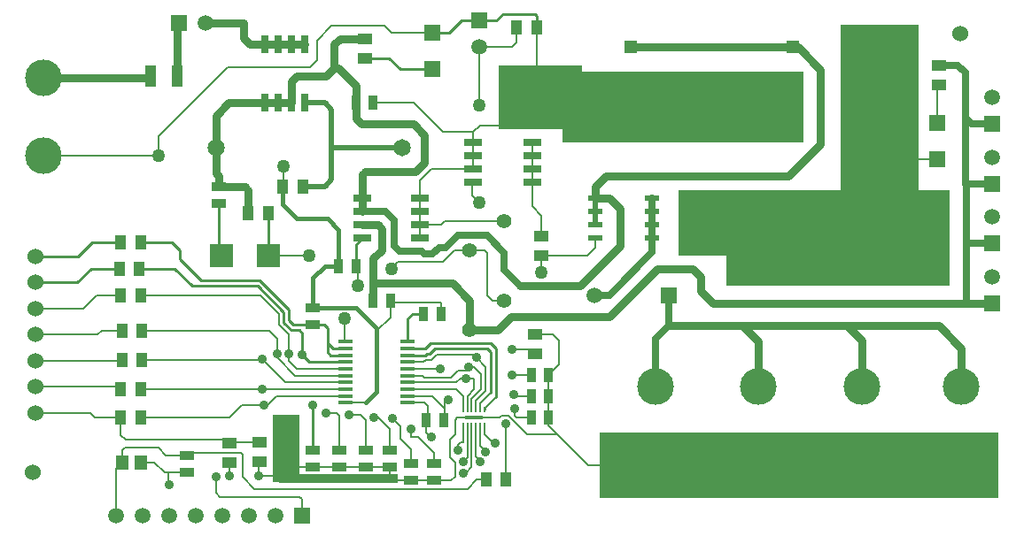
<source format=gtl>
G04*
G04 #@! TF.GenerationSoftware,Altium Limited,Altium Designer,18.1.9 (240)*
G04*
G04 Layer_Physical_Order=1*
G04 Layer_Color=255*
%FSLAX25Y25*%
%MOIN*%
G70*
G01*
G75*
%ADD13C,0.00787*%
%ADD15C,0.01000*%
%ADD18R,0.06890X0.03150*%
%ADD19R,0.05512X0.01378*%
%ADD20R,0.00787X0.02362*%
%ADD21R,0.07087X0.01575*%
%ADD22R,0.03600X0.05700*%
%ADD23R,0.04000X0.05500*%
%ADD24R,0.05500X0.04000*%
%ADD25R,0.05906X0.05906*%
%ADD26R,0.05700X0.03600*%
%ADD27R,0.04331X0.07874*%
%ADD28R,0.06890X0.02559*%
%ADD29R,0.02559X0.06890*%
%ADD30R,0.09055X0.09055*%
%ADD31R,0.04724X0.05512*%
%ADD32R,0.05709X0.02362*%
%ADD57C,0.02756*%
%ADD58C,0.03150*%
%ADD59C,0.01575*%
%ADD60C,0.01968*%
%ADD61R,0.31500X0.24200*%
%ADD62R,0.10000X0.25500*%
%ADD63R,0.44500X0.03800*%
%ADD64R,1.50000X0.25000*%
%ADD65R,0.29500X0.67500*%
%ADD66R,0.84000X0.18700*%
%ADD67R,1.02000X0.24500*%
%ADD68R,0.90500X0.26500*%
%ADD69C,0.06000*%
%ADD70C,0.06496*%
%ADD71C,0.05906*%
%ADD72R,0.05906X0.05906*%
%ADD73C,0.05512*%
%ADD74C,0.04724*%
%ADD75R,0.04724X0.04724*%
%ADD76C,0.13780*%
%ADD77C,0.05000*%
%ADD78C,0.03543*%
D13*
X268375Y382000D02*
X272875Y386500D01*
X251500Y382000D02*
X268375D01*
X249500Y380000D02*
X251500Y382000D01*
X418500Y395500D02*
X440000Y417000D01*
Y423500D01*
X441000Y421972D02*
X442362Y420610D01*
X454500D01*
Y448300D02*
X455000Y448800D01*
X454500Y434390D02*
Y448300D01*
X272875Y386500D02*
X278500D01*
X400000Y463000D02*
X402000D01*
X339000Y433000D02*
X400000D01*
X268449Y431051D02*
X279976D01*
X257524Y441976D02*
X268449Y431051D01*
X242200Y441976D02*
X257524D01*
X161472Y421972D02*
Y429472D01*
X187500Y455500D01*
X218500D01*
X221000Y458000D01*
Y465500D01*
X226500Y471000D01*
X246500D01*
X249110Y468390D01*
X264500D01*
X235700Y380500D02*
X236500Y379700D01*
Y373000D02*
Y379700D01*
X278500Y386500D02*
X284000D01*
X285000Y385500D01*
Y369500D02*
Y385500D01*
Y369500D02*
X287000Y367500D01*
X291500D01*
X311500Y317000D02*
X323028Y305472D01*
X308200Y320300D02*
X311500Y317000D01*
X300273D02*
X311500D01*
X293273Y324000D02*
X300273Y317000D01*
X290500Y324000D02*
X293273D01*
X289937Y323437D02*
X290500Y324000D01*
X280083Y323437D02*
X289937D01*
X295500Y324000D02*
Y326606D01*
Y324000D02*
X296000Y323500D01*
X301300Y349000D02*
X303000Y347300D01*
X294500Y349000D02*
X301300D01*
X269200Y329050D02*
X270150Y330000D01*
X269200Y326800D02*
Y329050D01*
X248700Y361200D02*
Y367000D01*
X248900Y366800D01*
X267700D01*
Y362500D02*
Y366800D01*
X243500Y356000D02*
Y357000D01*
Y356000D02*
X248700Y361200D01*
X231886Y328909D02*
X239409D01*
X248500Y302000D02*
Y304800D01*
Y302000D02*
X250900Y299600D01*
X256500D01*
X239500Y304800D02*
X248500D01*
X229500D02*
X239500D01*
X219500D02*
X229500D01*
X211300D02*
X219500D01*
X207847Y301347D02*
X211300Y304800D01*
X199227Y301347D02*
X207847D01*
X199227Y306527D02*
X199500Y306800D01*
X199227Y301347D02*
Y306527D01*
X165000Y302800D02*
X172000D01*
X163672D02*
X165000D01*
Y298500D02*
Y302800D01*
X159972Y306500D02*
X163672Y302800D01*
X154943Y306500D02*
X159972D01*
X145500Y304143D02*
X147857Y306500D01*
X145500Y286500D02*
Y304143D01*
X147857Y306500D02*
Y311057D01*
X148800Y312000D01*
X161500D01*
X164300Y309200D01*
X172000D01*
X172800Y310000D01*
X192500D01*
X193000Y309500D01*
Y301000D02*
Y309500D01*
Y301000D02*
X197500Y296500D01*
X277799D01*
X281299Y300000D01*
X284800D01*
X183000Y295000D02*
Y301176D01*
Y295000D02*
X184500Y293500D01*
X214618D01*
X215500Y292618D01*
Y286500D02*
Y292618D01*
X231500Y352327D02*
Y360000D01*
Y352327D02*
X231886Y351941D01*
X279276Y304575D02*
Y320500D01*
X276126Y306800D02*
X277701Y308375D01*
X277201Y302500D02*
X279276Y304575D01*
X273000Y301076D02*
Y306432D01*
X271000Y308432D02*
X273000Y306432D01*
X284000Y317000D02*
X287000Y314000D01*
X284000Y317000D02*
Y320500D01*
X282425Y312575D02*
X284000Y311000D01*
X282425Y312575D02*
Y320500D01*
X280850Y308650D02*
X282000Y307500D01*
X280850Y308650D02*
Y320500D01*
X275000Y314126D02*
X276126D01*
X274000Y313126D02*
X275000Y314126D01*
X274000Y311000D02*
Y313126D01*
X348500Y305472D02*
X463472D01*
X273000Y317144D02*
Y322500D01*
X271000Y315144D02*
X273000Y317144D01*
Y322500D02*
X273937Y323437D01*
X271000Y308432D02*
Y315144D01*
X271524Y299600D02*
X273000Y301076D01*
X277701Y308375D02*
Y320500D01*
X276126Y314126D02*
Y320500D01*
X256500Y299600D02*
X265000D01*
X271524D01*
X273937Y323437D02*
X280083D01*
X292000Y321000D02*
X292176D01*
X292200Y320976D01*
Y300000D02*
Y320976D01*
X463472Y305472D02*
X463500Y305500D01*
X323028Y305472D02*
X348500D01*
X308200Y320300D02*
Y323500D01*
X303000Y354700D02*
X309800D01*
X312000Y352500D01*
Y343300D02*
Y352500D01*
X308200Y339500D02*
X312000Y343300D01*
X308200Y331500D02*
Y339500D01*
Y323500D02*
Y331500D01*
X296000Y323500D02*
X301800D01*
X295000Y332000D02*
X295500Y331500D01*
X301800D01*
X294500Y339500D02*
X301800D01*
X279500Y411524D02*
X279976Y412000D01*
X279500Y407000D02*
Y411524D01*
Y407000D02*
X282000Y404500D01*
Y441000D02*
Y463000D01*
X296300Y464800D02*
Y470500D01*
X294500Y463000D02*
X296300Y464800D01*
X282000Y463000D02*
X294500D01*
X303500Y433500D02*
X338500D01*
X282425D02*
X303500D01*
X303700Y433700D01*
Y470500D01*
X338500Y433500D02*
X339000Y433000D01*
X279976Y431051D02*
X282425Y433500D01*
X279976Y427000D02*
Y431051D01*
X302024Y422000D02*
Y427000D01*
Y417000D02*
Y422000D01*
Y412000D02*
Y417000D01*
Y402976D02*
Y412000D01*
Y402976D02*
X305500Y399500D01*
Y391700D02*
Y399500D01*
Y384300D02*
X322800D01*
X325772Y387272D01*
Y391000D01*
X305500Y378000D02*
Y384300D01*
X202858Y384500D02*
X217000D01*
X208300Y410500D02*
X208476Y410676D01*
Y418000D01*
X118000Y421972D02*
X161472D01*
X259827Y396000D02*
X267700D01*
X269200Y397500D01*
X291500D01*
X279976Y422000D02*
Y427000D01*
Y417000D02*
Y422000D01*
X264000Y417000D02*
X279976D01*
X259827Y412827D02*
X264000Y417000D01*
X259827Y406000D02*
Y412827D01*
Y401000D02*
Y406000D01*
Y396000D02*
Y401000D01*
Y391000D02*
Y396000D01*
X238173Y415173D02*
X239000Y416000D01*
X278000Y342500D02*
X280205D01*
X276126Y326406D02*
Y331374D01*
X273472Y334028D02*
X276126Y331374D01*
X255114Y334028D02*
X273472D01*
X277299Y338000D02*
X279976D01*
X280323Y337653D01*
Y334023D02*
Y337653D01*
X277701Y331401D02*
X280323Y334023D01*
X277701Y326406D02*
Y331401D01*
X275000Y338000D02*
X276000D01*
X273587Y336587D02*
X275000Y338000D01*
X255114Y336587D02*
X273587D01*
X280205Y342500D02*
X282925Y339779D01*
Y334152D02*
Y339779D01*
X279276Y330503D02*
X282925Y334152D01*
X279276Y326406D02*
Y330503D01*
X276976Y340976D02*
X277000Y341000D01*
X274000Y340976D02*
X276976D01*
X271524Y338500D02*
X274000Y340976D01*
X280850Y326406D02*
Y329850D01*
X281000Y346000D02*
X284500Y342500D01*
Y333500D02*
Y342500D01*
X280850Y329850D02*
X284500Y333500D01*
X266000Y347000D02*
X280323D01*
X264000Y345000D02*
X266000Y347000D01*
X262006Y345000D02*
X264000D01*
X282425Y326406D02*
Y328625D01*
X286500Y332700D01*
X284106Y326606D02*
X288500Y331000D01*
X262300Y317877D02*
Y322500D01*
Y317877D02*
X264000Y316177D01*
X188000Y302000D02*
Y306300D01*
Y313700D02*
X188500Y314200D01*
X199500D01*
X186700Y315000D02*
X188000Y313700D01*
X149000Y315000D02*
X186700D01*
X147300Y316700D02*
X149000Y315000D01*
X147300Y316700D02*
Y323500D01*
X255114Y339146D02*
X260799D01*
X261445Y338500D01*
X269200Y324000D02*
Y326800D01*
X264531Y331469D02*
X269200Y326800D01*
X255114Y331469D02*
X264531D01*
X255114Y344264D02*
X261270D01*
X262006Y345000D01*
X255114Y341705D02*
X266500D01*
X256500Y316000D02*
Y319177D01*
Y316000D02*
X259000D01*
X265000Y310000D01*
Y306000D02*
Y310000D01*
X249500Y323000D02*
X252500Y320000D01*
Y315500D02*
Y320000D01*
Y315500D02*
X256500Y311500D01*
Y306000D02*
Y311500D01*
X233000Y324500D02*
X237500D01*
X248500Y311200D02*
Y319000D01*
X244000Y323500D02*
X248500Y319000D01*
X242500Y323500D02*
X244000D01*
X224500Y325000D02*
X228500D01*
X205968Y331469D02*
X231886D01*
X237500Y324500D02*
X239500Y322500D01*
Y311200D02*
Y322500D01*
X228500Y325000D02*
X229500Y324000D01*
Y311200D02*
Y324000D01*
X201000Y328024D02*
X202524D01*
X205968Y331469D01*
X192800Y328000D02*
X199700D01*
X188300Y323500D02*
X192800Y328000D01*
X154700Y323500D02*
X188300D01*
X137500D02*
X147300D01*
X135862Y325138D02*
X137500Y323500D01*
X115000Y325138D02*
X135862D01*
X231882Y334024D02*
X231886Y334028D01*
X200500Y334024D02*
X231882D01*
X154700Y334000D02*
X200000D01*
X146327Y334972D02*
X147300Y334000D01*
X115000Y334972D02*
X146327D01*
X209236Y336587D02*
X231886D01*
X200500Y345323D02*
X209236Y336587D01*
X155200Y345000D02*
X199500D01*
X147623Y344823D02*
X147800Y345000D01*
X115000Y344823D02*
X147623D01*
X206000Y346000D02*
Y347323D01*
Y346000D02*
X212854Y339146D01*
X231886D01*
X206000Y347323D02*
Y353000D01*
X203000Y356000D02*
X206000Y353000D01*
X155100Y356000D02*
X203000D01*
X140000D02*
X147700D01*
X138657Y354658D02*
X140000Y356000D01*
X115000Y354658D02*
X138657D01*
X213618Y341705D02*
X231886D01*
X210500Y344823D02*
X213618Y341705D01*
X210500Y344823D02*
Y347323D01*
Y348000D02*
Y354794D01*
X206819Y358475D02*
X210500Y354794D01*
X206819Y358475D02*
Y362381D01*
X199700Y369500D02*
X206819Y362381D01*
X154700Y369500D02*
X199700D01*
X138000D02*
X147300D01*
X133000Y364500D02*
X138000Y369500D01*
X115000Y364500D02*
X133000D01*
X262800Y324000D02*
Y327700D01*
X261591Y328909D02*
X262800Y327700D01*
X255114Y328909D02*
X261591D01*
X261445Y338500D02*
X271524D01*
D15*
X465000Y411400D02*
X465500Y410900D01*
Y390000D02*
X466500Y389000D01*
X465500Y410900D02*
X466100Y411500D01*
X286500Y332700D02*
Y348000D01*
X285000Y349500D02*
X286500Y348000D01*
X265500Y349500D02*
X285000D01*
X263500Y347500D02*
X265500Y349500D01*
X262413Y347500D02*
X263500D01*
X284106Y326406D02*
Y326606D01*
X288500Y331000D02*
Y349500D01*
X286500Y351500D02*
X288500Y349500D01*
X263983Y351500D02*
X286500D01*
X261865Y349382D02*
X263983Y351500D01*
X255114Y346823D02*
X261736D01*
X262413Y347500D01*
X255114Y349382D02*
X261865D01*
X219500Y311200D02*
Y328000D01*
X257000Y362500D02*
X261300D01*
X255114Y360614D02*
X257000Y362500D01*
X255114Y351941D02*
Y360614D01*
X235700Y388527D02*
X238173Y391000D01*
X235700Y380500D02*
Y388527D01*
X282000Y473000D02*
X288500D01*
X291000Y475500D01*
X303000D01*
X303700Y474800D01*
Y470500D02*
Y474800D01*
X275500Y473000D02*
X282000D01*
X270890Y468390D02*
X275500Y473000D01*
X264500Y468390D02*
X270890D01*
X225000Y348000D02*
Y351500D01*
Y348000D02*
X226177Y346823D01*
X231886D01*
X219500Y358300D02*
X223700D01*
X225000Y357000D01*
Y351500D02*
Y357000D01*
Y351500D02*
X227118Y349382D01*
X231886D01*
X218236Y344264D02*
X231886D01*
X215500Y347000D02*
X218236Y344264D01*
X215500Y347000D02*
Y355179D01*
X214379Y356300D02*
X215500Y355179D01*
X211372Y356300D02*
X214379D01*
X208500Y359172D02*
X211372Y356300D01*
X208500Y359172D02*
Y363172D01*
X198672Y373000D02*
X208500Y363172D01*
X174000Y373000D02*
X198672D01*
X167500Y379500D02*
X174000Y373000D01*
X154300Y379500D02*
X167500D01*
X136000D02*
X146900D01*
X130835Y374335D02*
X136000Y379500D01*
X115000Y374335D02*
X130835D01*
X212200Y358300D02*
X219500D01*
X210500Y360000D02*
X212200Y358300D01*
X210500Y360000D02*
Y364000D01*
X199500Y375000D02*
X210500Y364000D01*
X177500Y375000D02*
X199500D01*
X169500Y383000D02*
X177500Y375000D01*
X169500Y383000D02*
Y386500D01*
X166500Y389500D02*
X169500Y386500D01*
X154700Y389500D02*
X166500D01*
X136500D02*
X147300D01*
X131185Y384185D02*
X136500Y389500D01*
X115000Y384185D02*
X131185D01*
X202661Y400500D02*
X202858Y400302D01*
Y384500D02*
Y400302D01*
X184000Y385642D02*
X185142Y384500D01*
X184000Y385642D02*
Y404000D01*
X252390Y454610D02*
X264500D01*
X248200Y458800D02*
X252390Y454610D01*
X239000Y458800D02*
X248200D01*
X168500Y471500D02*
X169000Y472000D01*
X158000Y451500D02*
X158500Y452000D01*
D18*
X259827Y391000D02*
D03*
Y396000D02*
D03*
Y401000D02*
D03*
Y406000D02*
D03*
X238173Y391000D02*
D03*
Y396000D02*
D03*
Y401000D02*
D03*
Y406000D02*
D03*
D19*
X255114Y328909D02*
D03*
Y331469D02*
D03*
Y334028D02*
D03*
Y336587D02*
D03*
Y339146D02*
D03*
Y341705D02*
D03*
Y344264D02*
D03*
Y346823D02*
D03*
Y349382D02*
D03*
Y351941D02*
D03*
X231886Y328909D02*
D03*
Y331469D02*
D03*
Y334028D02*
D03*
Y336587D02*
D03*
Y339146D02*
D03*
Y341705D02*
D03*
Y344264D02*
D03*
Y346823D02*
D03*
Y349382D02*
D03*
Y351941D02*
D03*
D20*
X282425Y320500D02*
D03*
X284000D02*
D03*
X280850D02*
D03*
X279276D02*
D03*
X277701D02*
D03*
X276126D02*
D03*
Y326406D02*
D03*
X277701D02*
D03*
X279276D02*
D03*
X280850D02*
D03*
X284000D02*
D03*
X282425D02*
D03*
D21*
X280083Y323437D02*
D03*
D22*
X308200Y339500D02*
D03*
X301800D02*
D03*
X308200Y331500D02*
D03*
X301800D02*
D03*
X308200Y323500D02*
D03*
X301800D02*
D03*
X268700Y322500D02*
D03*
X262300D02*
D03*
X242300Y367500D02*
D03*
X248700D02*
D03*
X235700Y380500D02*
D03*
X229300D02*
D03*
X235800Y441976D02*
D03*
X242200D02*
D03*
X261300Y362500D02*
D03*
X267700D02*
D03*
D23*
X303700Y470500D02*
D03*
X296300D02*
D03*
X284800Y300000D02*
D03*
X292200D02*
D03*
X154700Y323500D02*
D03*
X147300D02*
D03*
X154700Y334000D02*
D03*
X147300D02*
D03*
X155200Y345000D02*
D03*
X147800D02*
D03*
X155100Y356000D02*
D03*
X147700D02*
D03*
X154700Y369500D02*
D03*
X147300D02*
D03*
X154300Y379500D02*
D03*
X146900D02*
D03*
X208300Y410500D02*
D03*
X215700D02*
D03*
X195261Y400500D02*
D03*
X202661D02*
D03*
X147300Y389500D02*
D03*
X154700D02*
D03*
D24*
X455000Y448800D02*
D03*
Y456200D02*
D03*
X188000Y313700D02*
D03*
Y306300D02*
D03*
X239000Y458800D02*
D03*
Y466200D02*
D03*
X305500Y384300D02*
D03*
Y391700D02*
D03*
X303000Y347300D02*
D03*
Y354700D02*
D03*
X199500Y314200D02*
D03*
Y306800D02*
D03*
D25*
X454500Y420610D02*
D03*
Y434390D02*
D03*
X264500Y468390D02*
D03*
Y454610D02*
D03*
X475000Y434000D02*
D03*
Y411500D02*
D03*
Y389000D02*
D03*
Y366500D02*
D03*
X282000Y473000D02*
D03*
D26*
X265000Y306000D02*
D03*
Y299600D02*
D03*
X256500Y306000D02*
D03*
Y299600D02*
D03*
X248500Y311200D02*
D03*
Y304800D02*
D03*
X239500Y311200D02*
D03*
Y304800D02*
D03*
X229500Y311200D02*
D03*
Y304800D02*
D03*
X219500Y311200D02*
D03*
Y304800D02*
D03*
X184000Y404000D02*
D03*
Y410400D02*
D03*
X172000Y302800D02*
D03*
Y309200D02*
D03*
X219500Y364700D02*
D03*
Y358300D02*
D03*
D27*
X168500Y452000D02*
D03*
X158500D02*
D03*
D28*
X279976Y427000D02*
D03*
Y422000D02*
D03*
Y417000D02*
D03*
Y412000D02*
D03*
X302024Y427000D02*
D03*
Y422000D02*
D03*
Y417000D02*
D03*
Y412000D02*
D03*
D29*
X201500Y441976D02*
D03*
X206500D02*
D03*
X211500D02*
D03*
X216500D02*
D03*
X201500Y464024D02*
D03*
X206500D02*
D03*
X211500D02*
D03*
X216500D02*
D03*
D30*
X202858Y384500D02*
D03*
X185142D02*
D03*
D31*
X147857Y306500D02*
D03*
X154943D02*
D03*
D32*
X347228Y391000D02*
D03*
Y396000D02*
D03*
Y401000D02*
D03*
Y406000D02*
D03*
X325772Y391000D02*
D03*
Y396000D02*
D03*
Y401000D02*
D03*
Y406000D02*
D03*
D57*
X465000Y411400D02*
Y436500D01*
X465500Y366500D02*
Y390000D01*
X466500Y389000D02*
X475000D01*
X465500Y390000D02*
Y410900D01*
X466100Y411500D02*
X475000D01*
X455000Y456200D02*
X462300D01*
X465000Y453500D01*
Y436500D02*
Y453500D01*
Y436500D02*
X467500Y434000D01*
X475000D01*
X261500Y385000D02*
X264531D01*
X267032Y387500D01*
X269524D01*
X325524Y369500D02*
X331000D01*
X347228Y385728D01*
Y391000D01*
Y401000D02*
Y406000D01*
Y396000D02*
Y401000D01*
Y391000D02*
Y396000D01*
X274024Y392000D02*
X285000D01*
X238173Y401000D02*
X246802D01*
X250000Y397802D01*
Y388000D02*
Y397802D01*
Y388000D02*
X252000Y386000D01*
X260500D01*
X269524Y387500D02*
X274024Y392000D01*
X285000D02*
X291500Y385500D01*
Y379000D02*
Y385500D01*
Y379000D02*
X297500Y373000D01*
X353476Y357976D02*
Y369500D01*
X348500Y353000D02*
X353476Y357976D01*
X348500Y335000D02*
Y353000D01*
D58*
X465500Y366500D02*
X475000D01*
X370000D02*
X465500D01*
X463500Y335028D02*
Y349500D01*
X455024Y357976D02*
X463500Y349500D01*
X420524Y357976D02*
X455024D01*
X426000Y335028D02*
Y352500D01*
X420524Y357976D02*
X426000Y352500D01*
X381224Y357976D02*
X420524D01*
X387000Y335028D02*
Y352200D01*
X381224Y357976D02*
X387000Y352200D01*
X353476Y357976D02*
X381224D01*
X278500Y356500D02*
X289000D01*
X294000Y361500D01*
X331000D01*
X349000Y379500D01*
X362500D01*
X365500Y376500D01*
Y371000D02*
Y376500D01*
Y371000D02*
X370000Y366500D01*
X297500Y373000D02*
X320000D01*
X335000Y388000D01*
Y402000D01*
X331000Y406000D02*
X335000Y402000D01*
X325772Y406000D02*
X331000D01*
X325772D02*
Y410400D01*
X329872Y414500D01*
X398500D01*
X410500Y426500D01*
Y454500D01*
X402000Y463000D02*
X410500Y454500D01*
X339000Y463000D02*
X400000D01*
X235800Y435900D02*
Y441976D01*
Y435900D02*
X237700Y434000D01*
X257327D01*
X261445Y429882D01*
Y419445D02*
Y429882D01*
X258000Y416000D02*
X261445Y419445D01*
X239000Y416000D02*
X258000D01*
X238173Y406000D02*
Y415173D01*
Y401000D02*
Y406000D01*
X242300Y374000D02*
Y383300D01*
Y367500D02*
Y374000D01*
X278500Y356500D02*
Y367500D01*
X272000Y374000D02*
X278500Y367500D01*
X242300Y374000D02*
X272000D01*
X242300Y383300D02*
X245500Y386500D01*
Y394500D01*
X244000Y396000D02*
X245500Y394500D01*
X238173Y396000D02*
X244000D01*
X184000Y410400D02*
X194000D01*
X195261Y400500D02*
Y409139D01*
X229100Y455000D02*
X235800Y448300D01*
Y441976D02*
Y448300D01*
X229700Y466200D02*
X239000D01*
X227500Y464000D02*
X229700Y466200D01*
X227500Y455000D02*
Y464000D01*
X224500Y452000D02*
X227500Y455000D01*
X213500Y452000D02*
X224500D01*
X211500Y450000D02*
X213500Y452000D01*
X211500Y441976D02*
Y450000D01*
X184000Y410400D02*
Y414500D01*
X183000Y415500D02*
X184000Y414500D01*
X183000Y415500D02*
Y425000D01*
Y437000D01*
X187976Y441976D01*
X201500D01*
X206500D02*
X211500D01*
X201500D02*
X206500D01*
X211500Y464024D02*
X216500D01*
X206500D02*
X211500D01*
X201500D02*
X206500D01*
X195976D02*
X201500D01*
X193500Y466500D02*
X195976Y464024D01*
X193500Y466500D02*
Y472000D01*
X179000D02*
X193500D01*
X168500Y452000D02*
Y471500D01*
X118000Y451500D02*
X158000D01*
D59*
X260500Y386000D02*
X261500Y385000D01*
X224000Y380500D02*
X229300D01*
X219500Y376000D02*
X224000Y380500D01*
X219500Y364700D02*
Y376000D01*
X235800Y364700D02*
X243500Y357000D01*
X219500Y364700D02*
X235800D01*
X243500Y333000D02*
Y356000D01*
X239409Y328909D02*
X243500Y333000D01*
X208300Y403700D02*
Y410500D01*
Y403700D02*
X213500Y398500D01*
X225000D01*
X229300Y394200D01*
Y380500D02*
Y394200D01*
D60*
X325772Y401000D02*
Y406000D01*
Y396000D02*
Y401000D01*
X194000Y410400D02*
X195261Y409139D01*
X227500Y455000D02*
X229100D01*
X226500Y425000D02*
Y439500D01*
Y413000D02*
Y425000D01*
X253000D01*
X215700Y410500D02*
X224000D01*
X226500Y413000D01*
X224024Y441976D02*
X226500Y439500D01*
X216500Y441976D02*
X224024D01*
D61*
X305250Y444100D02*
D03*
D62*
X209500Y311750D02*
D03*
D63*
X229250Y300400D02*
D03*
D64*
X402500Y305500D02*
D03*
D65*
X432750Y437750D02*
D03*
D66*
X417000Y382350D02*
D03*
D67*
X408000Y396750D02*
D03*
D68*
X358750Y440250D02*
D03*
D69*
X114000Y302800D02*
D03*
X463000Y468000D02*
D03*
X115000Y364500D02*
D03*
Y374335D02*
D03*
Y325138D02*
D03*
Y334972D02*
D03*
Y354658D02*
D03*
Y344823D02*
D03*
Y384185D02*
D03*
D70*
X253000Y425000D02*
D03*
X183000D02*
D03*
D71*
X179000Y472000D02*
D03*
X475000Y444000D02*
D03*
Y421500D02*
D03*
Y399000D02*
D03*
Y376500D02*
D03*
X282000Y463000D02*
D03*
X325524Y369500D02*
D03*
X205500Y286500D02*
D03*
X195500D02*
D03*
X185500D02*
D03*
X175500D02*
D03*
X165500D02*
D03*
X155500D02*
D03*
X145500D02*
D03*
D72*
X169000Y472000D02*
D03*
X353476Y369500D02*
D03*
X215500Y286500D02*
D03*
D73*
X291500Y367500D02*
D03*
Y397500D02*
D03*
X278500Y386500D02*
D03*
Y356500D02*
D03*
D74*
X400000Y433000D02*
D03*
X339000D02*
D03*
D75*
X400000Y463000D02*
D03*
X339000D02*
D03*
D76*
X118000Y451500D02*
D03*
Y421972D02*
D03*
X463500Y305500D02*
D03*
Y335028D02*
D03*
X387000Y305445D02*
D03*
Y334972D02*
D03*
X426000Y305445D02*
D03*
Y334972D02*
D03*
X348500Y305472D02*
D03*
Y335000D02*
D03*
D77*
X440000Y423500D02*
D03*
X236500Y373000D02*
D03*
X249000Y379500D02*
D03*
X231500Y360614D02*
D03*
X282000Y404500D02*
D03*
Y441000D02*
D03*
X305500Y378000D02*
D03*
X218000Y384300D02*
D03*
X208476Y418000D02*
D03*
X161472Y421972D02*
D03*
D78*
X295500Y326606D02*
D03*
X294500Y349000D02*
D03*
X270500Y330079D02*
D03*
X199227Y301347D02*
D03*
X165500Y298176D02*
D03*
X183000Y301176D02*
D03*
X282626Y306675D02*
D03*
X276126Y306800D02*
D03*
X288126Y313651D02*
D03*
X284626Y310525D02*
D03*
X276126Y302300D02*
D03*
X274000Y311000D02*
D03*
X292000Y321000D02*
D03*
X295000Y332000D02*
D03*
X294500Y339500D02*
D03*
X278000Y342500D02*
D03*
X277299Y338000D02*
D03*
X281000Y346000D02*
D03*
X264000Y316177D02*
D03*
X188000Y301524D02*
D03*
X267500Y341705D02*
D03*
X256500Y319177D02*
D03*
X249500Y323000D02*
D03*
X233000Y324500D02*
D03*
X219500Y328000D02*
D03*
X242500Y323500D02*
D03*
X224500Y325000D02*
D03*
X201000Y328024D02*
D03*
X200500Y334024D02*
D03*
Y345323D02*
D03*
X206000Y347323D02*
D03*
X210500D02*
D03*
X215500Y347000D02*
D03*
M02*

</source>
